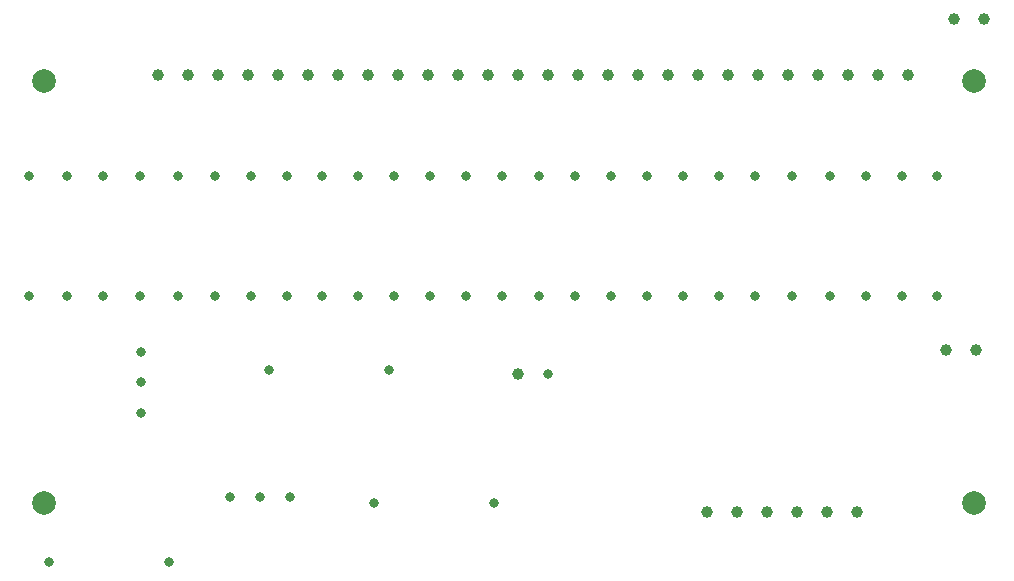
<source format=gbr>
%TF.GenerationSoftware,KiCad,Pcbnew,8.0.3*%
%TF.CreationDate,2024-07-19T22:04:08-04:00*%
%TF.ProjectId,CCPPowerBoard,43435050-6f77-4657-9242-6f6172642e6b,rev?*%
%TF.SameCoordinates,Original*%
%TF.FileFunction,Plated,1,2,PTH,Drill*%
%TF.FilePolarity,Positive*%
%FSLAX46Y46*%
G04 Gerber Fmt 4.6, Leading zero omitted, Abs format (unit mm)*
G04 Created by KiCad (PCBNEW 8.0.3) date 2024-07-19 22:04:08*
%MOMM*%
%LPD*%
G01*
G04 APERTURE LIST*
%TA.AperFunction,ComponentDrill*%
%ADD10C,0.800000*%
%TD*%
%TA.AperFunction,ComponentDrill*%
%ADD11C,1.000000*%
%TD*%
%TA.AperFunction,ViaDrill*%
%ADD12C,2.000000*%
%TD*%
G04 APERTURE END LIST*
D10*
%TO.C,R26*%
X72200000Y-69500000D03*
X72200000Y-79660000D03*
%TO.C,R28*%
X73920000Y-102250000D03*
%TO.C,R25*%
X75400000Y-69500000D03*
X75400000Y-79660000D03*
%TO.C,R24*%
X78500000Y-69500000D03*
X78500000Y-79660000D03*
%TO.C,R23*%
X81600000Y-69500000D03*
X81600000Y-79660000D03*
%TO.C,Q1*%
X81725000Y-84400000D03*
X81725000Y-87000000D03*
X81725000Y-89600000D03*
%TO.C,R28*%
X84080000Y-102250000D03*
%TO.C,R22*%
X84800000Y-69500000D03*
X84800000Y-79660000D03*
%TO.C,R21*%
X87950000Y-69500000D03*
X87950000Y-79660000D03*
%TO.C,Q2*%
X89270000Y-96750000D03*
%TO.C,R20*%
X91000000Y-69500000D03*
X91000000Y-79660000D03*
%TO.C,Q2*%
X91810000Y-96750000D03*
%TO.C,R29*%
X92535000Y-86000000D03*
%TO.C,R19*%
X94050000Y-69500000D03*
X94050000Y-79660000D03*
%TO.C,Q2*%
X94350000Y-96750000D03*
%TO.C,R18*%
X97050000Y-69500000D03*
X97050000Y-79660000D03*
%TO.C,R17*%
X100100000Y-69500000D03*
X100100000Y-79660000D03*
%TO.C,R27*%
X101440000Y-97250000D03*
%TO.C,R29*%
X102695000Y-86000000D03*
%TO.C,R16*%
X103150000Y-69500000D03*
X103150000Y-79660000D03*
%TO.C,R15*%
X106200000Y-69500000D03*
X106200000Y-79660000D03*
%TO.C,R14*%
X109250000Y-69500000D03*
X109250000Y-79660000D03*
%TO.C,R27*%
X111600000Y-97250000D03*
%TO.C,R13*%
X112300000Y-69500000D03*
X112300000Y-79660000D03*
%TO.C,R12*%
X115350000Y-69500000D03*
X115350000Y-79660000D03*
%TO.C,J5*%
X116115000Y-86300000D03*
%TO.C,R11*%
X118400000Y-69500000D03*
X118400000Y-79660000D03*
%TO.C,R10*%
X121450000Y-69500000D03*
X121450000Y-79660000D03*
%TO.C,R9*%
X124500000Y-69500000D03*
X124500000Y-79660000D03*
%TO.C,R8*%
X127550000Y-69500000D03*
X127550000Y-79660000D03*
%TO.C,R7*%
X130600000Y-69500000D03*
X130600000Y-79660000D03*
%TO.C,R6*%
X133650000Y-69500000D03*
X133650000Y-79660000D03*
%TO.C,R5*%
X136850000Y-69500000D03*
X136850000Y-79660000D03*
%TO.C,R4*%
X140000000Y-69500000D03*
X140000000Y-79660000D03*
%TO.C,R3*%
X143050000Y-69500000D03*
X143050000Y-79660000D03*
%TO.C,R2*%
X146100000Y-69500000D03*
X146100000Y-79660000D03*
%TO.C,R1*%
X149100000Y-69500000D03*
X149100000Y-79660000D03*
D11*
%TO.C,J1*%
X83110000Y-60950000D03*
X85650000Y-60950000D03*
X88190000Y-60950000D03*
X90730000Y-60950000D03*
X93270000Y-60950000D03*
X95810000Y-60950000D03*
X98350000Y-60950000D03*
X100890000Y-60950000D03*
X103430000Y-60950000D03*
X105970000Y-60950000D03*
X108510000Y-60950000D03*
X111050000Y-60950000D03*
%TO.C,J5*%
X113575000Y-86300000D03*
%TO.C,J1*%
X113590000Y-60950000D03*
X116130000Y-60950000D03*
X118670000Y-60950000D03*
X121210000Y-60950000D03*
X123750000Y-60950000D03*
X126290000Y-60950000D03*
X128830000Y-60950000D03*
%TO.C,J2*%
X129650000Y-98000000D03*
%TO.C,J1*%
X131370000Y-60950000D03*
%TO.C,J2*%
X132190000Y-98000000D03*
%TO.C,J1*%
X133910000Y-60950000D03*
%TO.C,J2*%
X134730000Y-98000000D03*
%TO.C,J1*%
X136450000Y-60950000D03*
%TO.C,J2*%
X137270000Y-98000000D03*
%TO.C,J1*%
X138990000Y-60950000D03*
%TO.C,J2*%
X139810000Y-98000000D03*
%TO.C,J1*%
X141530000Y-60950000D03*
%TO.C,J2*%
X142350000Y-98000000D03*
%TO.C,J1*%
X144070000Y-60950000D03*
X146610000Y-60950000D03*
%TO.C,J6*%
X149825000Y-84250000D03*
%TO.C,J7*%
X150500000Y-56250000D03*
%TO.C,J6*%
X152365000Y-84250000D03*
%TO.C,J7*%
X153040000Y-56250000D03*
%TD*%
D12*
X73500000Y-61500000D03*
X73500000Y-97250000D03*
X152250000Y-61500000D03*
X152250000Y-97250000D03*
M02*

</source>
